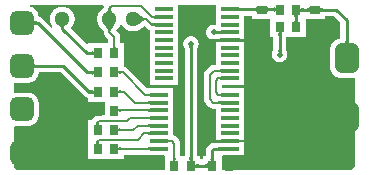
<source format=gbl>
G04*
G04 #@! TF.GenerationSoftware,Altium Limited,Altium Designer,19.0.15 (446)*
G04*
G04 Layer_Physical_Order=2*
G04 Layer_Color=16711680*
%FSTAX24Y24*%
%MOIN*%
G70*
G01*
G75*
%ADD17R,0.0354X0.0315*%
%ADD38R,0.0315X0.0354*%
%ADD40C,0.0100*%
%ADD44C,0.0512*%
G04:AMPARAMS|DCode=45|XSize=78.7mil|YSize=78.7mil|CornerRadius=19.7mil|HoleSize=0mil|Usage=FLASHONLY|Rotation=0.000|XOffset=0mil|YOffset=0mil|HoleType=Round|Shape=RoundedRectangle|*
%AMROUNDEDRECTD45*
21,1,0.0787,0.0394,0,0,0.0*
21,1,0.0394,0.0787,0,0,0.0*
1,1,0.0394,0.0197,-0.0197*
1,1,0.0394,-0.0197,-0.0197*
1,1,0.0394,-0.0197,0.0197*
1,1,0.0394,0.0197,0.0197*
%
%ADD45ROUNDEDRECTD45*%
G04:AMPARAMS|DCode=46|XSize=78.7mil|YSize=98.4mil|CornerRadius=19.7mil|HoleSize=0mil|Usage=FLASHONLY|Rotation=0.000|XOffset=0mil|YOffset=0mil|HoleType=Round|Shape=RoundedRectangle|*
%AMROUNDEDRECTD46*
21,1,0.0787,0.0591,0,0,0.0*
21,1,0.0394,0.0984,0,0,0.0*
1,1,0.0394,0.0197,-0.0295*
1,1,0.0394,-0.0197,-0.0295*
1,1,0.0394,-0.0197,0.0295*
1,1,0.0394,0.0197,0.0295*
%
%ADD46ROUNDEDRECTD46*%
%ADD47C,0.0197*%
%ADD48R,0.0610X0.0118*%
%ADD49C,0.0080*%
G36*
X071017Y047101D02*
X07102Y047099D01*
X071025Y047098D01*
X071032Y047097D01*
X071052Y047096D01*
X071116Y047094D01*
Y046994D01*
X071097Y046994D01*
X07102Y046989D01*
X071017Y046988D01*
X071016Y046987D01*
Y047102D01*
X071017Y047101D01*
D02*
G37*
G36*
X066737Y047057D02*
X06674Y047041D01*
X066743Y047026D01*
X066749Y047012D01*
X066755Y046998D01*
X066764Y046986D01*
X066773Y046975D01*
X066785Y046965D01*
X066797Y046956D01*
X066812Y046948D01*
X066582D01*
X066596Y046956D01*
X066609Y046965D01*
X06662Y046975D01*
X06663Y046986D01*
X066638Y046998D01*
X066645Y047012D01*
X06665Y047026D01*
X066654Y047041D01*
X066656Y047057D01*
X066657Y047074D01*
X066737D01*
X066737Y047057D01*
D02*
G37*
G36*
X072211Y046944D02*
X07221Y046954D01*
X072207Y046962D01*
X072202Y04697D01*
X072195Y046976D01*
X072186Y046982D01*
X072174Y046986D01*
X072161Y04699D01*
X072146Y046992D01*
X072129Y046994D01*
X07211Y046994D01*
Y047094D01*
X072129Y047095D01*
X072146Y047096D01*
X072161Y047099D01*
X072174Y047102D01*
X072186Y047107D01*
X072195Y047112D01*
X072202Y047119D01*
X072207Y047126D01*
X07221Y047135D01*
X072211Y047144D01*
Y046944D01*
D02*
G37*
G36*
X071951Y047135D02*
X071954Y047126D01*
X071959Y047119D01*
X071966Y047112D01*
X071975Y047107D01*
X071987Y047102D01*
X072Y047099D01*
X072015Y047096D01*
X072032Y047095D01*
X072051Y047094D01*
Y046994D01*
X072032Y046994D01*
X072015Y046992D01*
X072Y04699D01*
X071987Y046986D01*
X071975Y046982D01*
X071966Y046976D01*
X071959Y04697D01*
X071954Y046962D01*
X071951Y046954D01*
X07195Y046944D01*
Y047144D01*
X071951Y047135D01*
D02*
G37*
G36*
X071601Y046944D02*
X0716Y046954D01*
X071597Y046962D01*
X071592Y04697D01*
X071584Y046976D01*
X071575Y046982D01*
X071564Y046986D01*
X071551Y04699D01*
X071536Y046992D01*
X071519Y046994D01*
X071499Y046994D01*
Y047094D01*
X071519Y047095D01*
X071536Y047096D01*
X071551Y047099D01*
X071564Y047102D01*
X071575Y047107D01*
X071584Y047112D01*
X071592Y047119D01*
X071597Y047126D01*
X0716Y047135D01*
X071601Y047144D01*
Y046944D01*
D02*
G37*
G36*
X073723Y047125D02*
X073726Y047116D01*
X073731Y047109D01*
X073738Y047102D01*
X073747Y047097D01*
X073758Y047092D01*
X073771Y047089D01*
X073787Y047086D01*
X073804Y047085D01*
X073823Y047084D01*
Y046984D01*
X073804Y046984D01*
X073787Y046982D01*
X073771Y04698D01*
X073758Y046976D01*
X073747Y046972D01*
X073738Y046966D01*
X073731Y04696D01*
X073726Y046952D01*
X073723Y046944D01*
X073722Y046934D01*
Y047134D01*
X073723Y047125D01*
D02*
G37*
G36*
X073372Y046934D02*
X073371Y046944D01*
X073368Y046952D01*
X073363Y04696D01*
X073356Y046966D01*
X073347Y046972D01*
X073336Y046976D01*
X073323Y04698D01*
X073308Y046982D01*
X07329Y046984D01*
X073271Y046984D01*
Y047084D01*
X07329Y047085D01*
X073308Y047086D01*
X073323Y047089D01*
X073336Y047092D01*
X073347Y047097D01*
X073356Y047102D01*
X073363Y047109D01*
X073368Y047116D01*
X073371Y047125D01*
X073372Y047134D01*
Y046934D01*
D02*
G37*
G36*
X073074Y047125D02*
X073077Y047116D01*
X073082Y047109D01*
X073089Y047102D01*
X073098Y047097D01*
X073109Y047092D01*
X073122Y047089D01*
X073137Y047086D01*
X073154Y047085D01*
X073173Y047084D01*
Y046984D01*
X073154Y046984D01*
X073137Y046982D01*
X073122Y04698D01*
X073109Y046976D01*
X073098Y046972D01*
X073089Y046966D01*
X073082Y04696D01*
X073077Y046952D01*
X073074Y046944D01*
X073073Y046934D01*
Y047134D01*
X073074Y047125D01*
D02*
G37*
G36*
X073008Y046859D02*
X072999Y046856D01*
X072992Y046851D01*
X072985Y046844D01*
X07298Y046834D01*
X072975Y046823D01*
X072972Y04681D01*
X072969Y046795D01*
X072968Y046778D01*
X072967Y046759D01*
X072867D01*
X072867Y046778D01*
X072865Y046795D01*
X072863Y04681D01*
X072859Y046823D01*
X072855Y046834D01*
X072849Y046844D01*
X072843Y046851D01*
X072835Y046856D01*
X072827Y046859D01*
X072817Y04686D01*
X073017D01*
X073008Y046859D01*
D02*
G37*
G36*
X068204Y046731D02*
X068203Y046734D01*
X068201Y046737D01*
X068197Y04674D01*
X068191Y046742D01*
X068184Y046744D01*
X068175Y046746D01*
X068165Y046747D01*
X068139Y046748D01*
X068124Y046748D01*
Y046828D01*
X068139Y046829D01*
X068175Y046831D01*
X068184Y046833D01*
X068191Y046835D01*
X068197Y046837D01*
X068201Y04684D01*
X068203Y046843D01*
X068204Y046846D01*
Y046731D01*
D02*
G37*
G36*
X072968Y046701D02*
X072969Y046683D01*
X072972Y046668D01*
X072975Y046655D01*
X07298Y046644D01*
X072985Y046635D01*
X072992Y046628D01*
X072999Y046623D01*
X073008Y04662D01*
X073017Y046619D01*
X072817D01*
X072827Y04662D01*
X072835Y046623D01*
X072843Y046628D01*
X072849Y046635D01*
X072855Y046644D01*
X072859Y046655D01*
X072863Y046668D01*
X072865Y046683D01*
X072867Y046701D01*
X072867Y04672D01*
X072967D01*
X072968Y046701D01*
D02*
G37*
G36*
X067694Y046872D02*
X067744Y046828D01*
X067768Y04681D01*
X067791Y046794D01*
X067813Y046782D01*
X067834Y046772D01*
X067854Y046765D01*
X067872Y046761D01*
X06789Y04676D01*
Y04668D01*
X067872Y046678D01*
X067854Y046674D01*
X067834Y046667D01*
X067813Y046657D01*
X067791Y046645D01*
X067768Y046629D01*
X067744Y046611D01*
X067694Y046567D01*
X067667Y04654D01*
Y046899D01*
X067694Y046872D01*
D02*
G37*
G36*
X064177Y046684D02*
X06418Y046676D01*
X064185Y046668D01*
X064193Y046662D01*
X064202Y046656D01*
X064213Y046652D01*
X064226Y046648D01*
X064241Y046646D01*
X064258Y046644D01*
X064278Y046644D01*
Y046544D01*
X064258Y046543D01*
X064241Y046542D01*
X064226Y046539D01*
X064213Y046536D01*
X064202Y046531D01*
X064193Y046526D01*
X064185Y046519D01*
X06418Y046512D01*
X064177Y046503D01*
X064176Y046494D01*
Y046694D01*
X064177Y046684D01*
D02*
G37*
G36*
X068204Y046475D02*
X068203Y046478D01*
X068201Y046481D01*
X068197Y046484D01*
X068191Y046486D01*
X068184Y046488D01*
X068175Y04649D01*
X068165Y046491D01*
X068139Y046492D01*
X068124Y046493D01*
Y046573D01*
X068139Y046573D01*
X068175Y046575D01*
X068184Y046577D01*
X068191Y046579D01*
X068197Y046581D01*
X068201Y046584D01*
X068203Y046587D01*
X068204Y04659D01*
Y046475D01*
D02*
G37*
G36*
X065187Y046471D02*
X065184Y046469D01*
X065181Y046465D01*
X065179Y04646D01*
X065177Y046453D01*
X065175Y046446D01*
X065174Y046437D01*
X065173Y046428D01*
X065172Y046405D01*
X065072D01*
X065072Y046417D01*
X06507Y046437D01*
X065069Y046446D01*
X065067Y046453D01*
X065065Y04646D01*
X065063Y046465D01*
X06506Y046469D01*
X065057Y046471D01*
X065053Y046473D01*
X065191D01*
X065187Y046471D01*
D02*
G37*
G36*
X066849Y04651D02*
X066805Y046459D01*
X066787Y046436D01*
X066771Y046413D01*
X066759Y046391D01*
X066749Y04637D01*
X066742Y04635D01*
X066738Y046331D01*
X066737Y046313D01*
X066657D01*
X066655Y046331D01*
X066651Y04635D01*
X066644Y04637D01*
X066634Y046391D01*
X066622Y046413D01*
X066607Y046436D01*
X066589Y046459D01*
X066544Y04651D01*
X066518Y046537D01*
X066876D01*
X066849Y04651D01*
D02*
G37*
G36*
X070245Y046342D02*
X07025Y046339D01*
X070256Y046336D01*
X070262Y046333D01*
X070269Y046331D01*
X070277Y04633D01*
X070285Y046328D01*
X070294Y046327D01*
X070314Y046327D01*
X070328Y046327D01*
X070405Y046332D01*
X070408Y046333D01*
X070409Y046335D01*
Y046219D01*
X070408Y04622D01*
X070405Y046222D01*
X0704Y046223D01*
X070393Y046224D01*
X070373Y046225D01*
X070312Y046227D01*
X070304Y046226D01*
X070285Y046225D01*
X070277Y046224D01*
X070269Y046222D01*
X070262Y04622D01*
X070256Y046217D01*
X07025Y046215D01*
X070245Y046211D01*
X070241Y046208D01*
Y046346D01*
X070245Y046342D01*
D02*
G37*
G36*
X072456Y046268D02*
X072448Y046265D01*
X07244Y04626D01*
X072434Y046253D01*
X072428Y046244D01*
X072424Y046233D01*
X07242Y04622D01*
X072418Y046204D01*
X072416Y046187D01*
X072416Y046168D01*
X072316D01*
X072315Y046187D01*
X072314Y046204D01*
X072311Y04622D01*
X072308Y046233D01*
X072303Y046244D01*
X072298Y046253D01*
X072291Y04626D01*
X072284Y046265D01*
X072275Y046268D01*
X072266Y046269D01*
X072466D01*
X072456Y046268D01*
D02*
G37*
G36*
X074654Y045986D02*
X074656Y045969D01*
X074658Y045953D01*
X074662Y04594D01*
X074666Y045929D01*
X074672Y04592D01*
X074678Y045913D01*
X074686Y045908D01*
X074694Y045905D01*
X074704Y045904D01*
X074504D01*
X074513Y045905D01*
X074522Y045908D01*
X074529Y045913D01*
X074536Y04592D01*
X074541Y045929D01*
X074546Y04594D01*
X074549Y045953D01*
X074552Y045969D01*
X074553Y045986D01*
X074554Y046005D01*
X074654D01*
X074654Y045986D01*
D02*
G37*
G36*
X066484Y047185D02*
X066493Y047177D01*
X066495Y047174D01*
X06651Y047144D01*
X06651Y047139D01*
X066509Y047135D01*
X066507Y047128D01*
X066505Y04712D01*
X066503Y047112D01*
X066502Y047105D01*
X066501Y047097D01*
X0665Y047089D01*
X066499Y047083D01*
X066493Y047079D01*
X066484Y047074D01*
X066474Y047068D01*
X066465Y047062D01*
X066456Y047055D01*
X066447Y047049D01*
X066438Y047042D01*
X066429Y047035D01*
X066421Y047027D01*
X066412Y04702D01*
X066404Y047012D01*
X066397Y047004D01*
X066389Y046996D01*
X066382Y046987D01*
X066374Y046979D01*
X066368Y04697D01*
X066361Y046961D01*
X066355Y046952D01*
X066348Y046942D01*
X066342Y046933D01*
X066337Y046923D01*
X066331Y046913D01*
X066326Y046903D01*
X066322Y046893D01*
X066317Y046883D01*
X066313Y046873D01*
X066309Y046862D01*
X066305Y046852D01*
X066301Y046841D01*
X066298Y04683D01*
X066296Y046819D01*
X066293Y046808D01*
X066291Y046797D01*
X066289Y046786D01*
X066287Y046775D01*
X066286Y046764D01*
X066285Y046753D01*
X066284Y046742D01*
X066283Y046731D01*
X066283Y04672D01*
X066283Y046708D01*
X066284Y046697D01*
X066285Y046686D01*
X066286Y046675D01*
X066287Y046664D01*
X066289Y046653D01*
X066291Y046642D01*
X066293Y046631D01*
X066296Y04662D01*
X066298Y046609D01*
X066301Y046598D01*
X066305Y046588D01*
X066309Y046577D01*
X066313Y046567D01*
X066317Y046556D01*
X066322Y046546D01*
X066326Y046536D01*
X066331Y046526D01*
X066337Y046516D01*
X066342Y046506D01*
X066348Y046497D01*
X066355Y046488D01*
X066361Y046478D01*
X066368Y046469D01*
X066374Y046461D01*
X066382Y046452D01*
X066389Y046443D01*
X066397Y046435D01*
X066404Y046427D01*
X066405Y046426D01*
X066405Y046426D01*
X066429Y046403D01*
X066466Y04636D01*
X066478Y046344D01*
X066488Y04633D01*
X066494Y046318D01*
X066498Y046311D01*
X066499Y046308D01*
X066499Y046307D01*
Y046286D01*
X066499Y046279D01*
X0665Y046271D01*
X066501Y046263D01*
X066502Y046256D01*
X066503Y046248D01*
X066505Y04624D01*
X066507Y046233D01*
X066509Y046225D01*
X066511Y046218D01*
X066514Y046211D01*
X066517Y046204D01*
X066521Y046197D01*
X066524Y04619D01*
X066528Y046183D01*
X066532Y046177D01*
X066537Y04617D01*
X066542Y046164D01*
X066547Y046158D01*
X066552Y046152D01*
X066557Y046147D01*
X066657Y046047D01*
Y045912D01*
X065988D01*
Y045897D01*
X065942Y045878D01*
X065438Y046382D01*
X065414Y046427D01*
X065422Y046435D01*
X06543Y046443D01*
X065437Y046452D01*
X065444Y046461D01*
X065451Y046469D01*
X065458Y046478D01*
X065464Y046488D01*
X06547Y046497D01*
X065476Y046506D01*
X065482Y046516D01*
X065487Y046526D01*
X065492Y046536D01*
X065497Y046546D01*
X065502Y046556D01*
X065506Y046567D01*
X06551Y046577D01*
X065514Y046588D01*
X065517Y046598D01*
X06552Y046609D01*
X065523Y04662D01*
X065526Y046631D01*
X065528Y046642D01*
X06553Y046653D01*
X065532Y046664D01*
X065533Y046675D01*
X065534Y046686D01*
X065535Y046697D01*
X065535Y046708D01*
X065535Y04672D01*
X065535Y046731D01*
X065535Y046742D01*
X065534Y046753D01*
X065533Y046764D01*
X065532Y046775D01*
X06553Y046786D01*
X065528Y046797D01*
X065526Y046808D01*
X065523Y046819D01*
X06552Y04683D01*
X065517Y046841D01*
X065514Y046852D01*
X06551Y046862D01*
X065506Y046873D01*
X065502Y046883D01*
X065497Y046893D01*
X065492Y046903D01*
X065487Y046913D01*
X065482Y046923D01*
X065476Y046933D01*
X06547Y046942D01*
X065464Y046952D01*
X065458Y046961D01*
X065451Y04697D01*
X065444Y046979D01*
X065437Y046987D01*
X06543Y046996D01*
X065422Y047004D01*
X065414Y047012D01*
X065406Y04702D01*
X065398Y047027D01*
X06539Y047035D01*
X065381Y047042D01*
X065372Y047049D01*
X065363Y047055D01*
X065354Y047062D01*
X065345Y047068D01*
X065335Y047074D01*
X065325Y047079D01*
X065316Y047085D01*
X065306Y04709D01*
X065296Y047095D01*
X065285Y047099D01*
X065275Y047104D01*
X065264Y047108D01*
X065254Y047111D01*
X065243Y047115D01*
X065233Y047118D01*
X065222Y047121D01*
X065211Y047123D01*
X0652Y047126D01*
X065189Y047128D01*
X065178Y047129D01*
X065167Y047131D01*
X065155Y047132D01*
X065144Y047132D01*
X065133Y047133D01*
X065122Y047133D01*
X065111Y047133D01*
X0651Y047132D01*
X065088Y047132D01*
X065077Y047131D01*
X065066Y047129D01*
X065055Y047128D01*
X065044Y047126D01*
X065033Y047123D01*
X065022Y047121D01*
X065011Y047118D01*
X065001Y047115D01*
X06499Y047111D01*
X064979Y047108D01*
X064969Y047104D01*
X064959Y047099D01*
X064948Y047095D01*
X064938Y04709D01*
X064928Y047085D01*
X064918Y047079D01*
X064909Y047074D01*
X064899Y047068D01*
X06489Y047062D01*
X064881Y047055D01*
X064872Y047049D01*
X064863Y047042D01*
X064854Y047035D01*
X064846Y047027D01*
X064838Y04702D01*
X06483Y047012D01*
X064822Y047004D01*
X064814Y046996D01*
X064807Y046987D01*
X0648Y046979D01*
X064793Y04697D01*
X064786Y046961D01*
X06478Y046952D01*
X064774Y046942D01*
X064768Y046933D01*
X064762Y046923D01*
X064757Y046913D01*
X064752Y046903D01*
X064747Y046893D01*
X064742Y046883D01*
X064738Y046873D01*
X064734Y046862D01*
X06473Y046852D01*
X064727Y046841D01*
X064724Y04683D01*
X064721Y046819D01*
X064718Y046808D01*
X064716Y046797D01*
X064714Y046786D01*
X064712Y046775D01*
X064711Y046764D01*
X06471Y046753D01*
X064709Y046742D01*
X064709Y046731D01*
X064708Y04672D01*
X064709Y046708D01*
X064709Y046697D01*
X06471Y046686D01*
X064711Y046675D01*
X064712Y046664D01*
X064714Y046653D01*
X064716Y046642D01*
X064718Y046631D01*
X064721Y04662D01*
X064724Y046609D01*
X064727Y046598D01*
X06473Y046588D01*
X064734Y046577D01*
X064738Y046567D01*
X064742Y046556D01*
X064747Y046546D01*
X064752Y046536D01*
X064757Y046526D01*
X064762Y046516D01*
X064768Y046506D01*
X064774Y046497D01*
X06478Y046488D01*
X064786Y046478D01*
X064793Y046469D01*
X064798Y046463D01*
X06476Y04643D01*
X06445Y04674D01*
X064444Y046746D01*
X064438Y046751D01*
X064432Y046756D01*
X064426Y046761D01*
X06442Y046765D01*
X064413Y046769D01*
X064407Y046773D01*
X0644Y046777D01*
X064393Y046781D01*
X064386Y046784D01*
X064379Y046787D01*
X064372Y046789D01*
X064364Y046792D01*
X064357Y046794D01*
X064349Y046796D01*
X064342Y046797D01*
X064334Y046799D01*
X064334Y046801D01*
X064334Y046811D01*
X064333Y046821D01*
X064332Y046832D01*
X064331Y046842D01*
X064329Y046852D01*
X064327Y046862D01*
X064325Y046872D01*
X064322Y046882D01*
X06432Y046892D01*
X064317Y046902D01*
X064313Y046912D01*
X06431Y046921D01*
X064306Y046931D01*
X064301Y04694D01*
X064297Y046949D01*
X064292Y046959D01*
X064287Y046968D01*
X064282Y046976D01*
X064276Y046985D01*
X06427Y046994D01*
X064264Y047002D01*
X064258Y04701D01*
X064252Y047018D01*
X064245Y047026D01*
X064238Y047034D01*
X064231Y047041D01*
X064223Y047048D01*
X064216Y047055D01*
X064208Y047062D01*
X0642Y047068D01*
X064192Y047075D01*
X064183Y047081D01*
X064175Y047086D01*
X064166Y047092D01*
X064157Y047097D01*
X064148Y047102D01*
X064139Y047107D01*
X06413Y047112D01*
X064121Y047116D01*
X064111Y04712D01*
X064101Y047123D01*
X064092Y047127D01*
X064082Y04713D01*
X064072Y047133D01*
X064062Y047135D01*
X064052Y047137D01*
X064042Y047139D01*
X06405Y047189D01*
X066477D01*
X066484Y047185D01*
D02*
G37*
G36*
X066895Y045818D02*
X066896Y045805D01*
X066898Y045792D01*
X066901Y045782D01*
X066904Y045773D01*
X066909Y045766D01*
X066914Y04576D01*
X06692Y045756D01*
X066927Y045753D01*
X066934Y045753D01*
X066774D01*
X066782Y045753D01*
X066789Y045756D01*
X066795Y04576D01*
X0668Y045766D01*
X066804Y045773D01*
X066808Y045782D01*
X066811Y045792D01*
X066813Y045805D01*
X066814Y045818D01*
X066814Y045834D01*
X066894D01*
X066895Y045818D01*
D02*
G37*
G36*
X069479Y045818D02*
X069475Y045814D01*
X069472Y045808D01*
X06947Y045802D01*
X069468Y045795D01*
X069466Y045787D01*
X069465Y045779D01*
X069464Y04577D01*
X069463Y045749D01*
X069363D01*
X069363Y04576D01*
X069362Y045779D01*
X06936Y045787D01*
X069359Y045795D01*
X069356Y045802D01*
X069354Y045808D01*
X069351Y045814D01*
X069348Y045818D01*
X069344Y045823D01*
X069482D01*
X069479Y045818D01*
D02*
G37*
G36*
X072416Y045672D02*
X072418Y045653D01*
X072419Y045644D01*
X072421Y045636D01*
X072423Y045629D01*
X072425Y045623D01*
X072428Y045618D01*
X072431Y045613D01*
X072435Y045609D01*
X072297D01*
X072301Y045613D01*
X072304Y045618D01*
X072307Y045623D01*
X072309Y045629D01*
X072311Y045636D01*
X072313Y045644D01*
X072314Y045653D01*
X072315Y045662D01*
X072316Y045682D01*
X072416D01*
X072416Y045672D01*
D02*
G37*
G36*
X066148Y045478D02*
X066147Y045487D01*
X066144Y045496D01*
X066139Y045503D01*
X066132Y04551D01*
X066123Y045515D01*
X066111Y04552D01*
X066098Y045523D01*
X066083Y045526D01*
X066066Y045527D01*
X066047Y045528D01*
Y045628D01*
X066066Y045628D01*
X066083Y04563D01*
X066098Y045632D01*
X066111Y045636D01*
X066123Y04564D01*
X066132Y045646D01*
X066139Y045652D01*
X066144Y04566D01*
X066147Y045668D01*
X066148Y045678D01*
Y045478D01*
D02*
G37*
G36*
X064177Y045243D02*
X06418Y045235D01*
X064185Y045227D01*
X064193Y045221D01*
X064202Y045215D01*
X064213Y045211D01*
X064226Y045207D01*
X064241Y045205D01*
X064258Y045203D01*
X064278Y045203D01*
Y045103D01*
X064258Y045102D01*
X064241Y045101D01*
X064226Y045098D01*
X064213Y045095D01*
X064202Y04509D01*
X064193Y045085D01*
X064185Y045078D01*
X06418Y045071D01*
X064177Y045062D01*
X064176Y045053D01*
Y045253D01*
X064177Y045243D01*
D02*
G37*
G36*
X067011Y045012D02*
X067014Y045006D01*
X067018Y045D01*
X067023Y044994D01*
X06703Y04499D01*
X067039Y044986D01*
X06705Y044984D01*
X067062Y044982D01*
X067075Y04498D01*
X06709Y04498D01*
Y0449D01*
X067075Y0449D01*
X067062Y044898D01*
X06705Y044896D01*
X067039Y044894D01*
X06703Y04489D01*
X067023Y044886D01*
X067018Y04488D01*
X067014Y044874D01*
X067011Y044868D01*
X06701Y04486D01*
Y04502D01*
X067011Y045012D01*
D02*
G37*
G36*
X066148Y04484D02*
X066147Y04485D01*
X066144Y044858D01*
X066139Y044866D01*
X066132Y044872D01*
X066123Y044878D01*
X066111Y044882D01*
X066098Y044886D01*
X066083Y044888D01*
X066066Y04489D01*
X066047Y04489D01*
Y04499D01*
X066066Y044991D01*
X066083Y044992D01*
X066098Y044995D01*
X066111Y044998D01*
X066123Y045003D01*
X066132Y045008D01*
X066139Y045015D01*
X066144Y045022D01*
X066147Y045031D01*
X066148Y04504D01*
Y04484D01*
D02*
G37*
G36*
X065857Y044156D02*
X065863Y04415D01*
X065868Y044145D01*
X065874Y04414D01*
X065881Y044135D01*
X065887Y044131D01*
X065893Y044127D01*
X0659Y044123D01*
X065907Y044119D01*
X065914Y044115D01*
X065921Y044112D01*
X065928Y044109D01*
X065935Y044106D01*
X065943Y044104D01*
X06595Y044102D01*
X065958Y0441D01*
X065965Y044098D01*
X065973Y044097D01*
X065981Y044096D01*
X065988Y044095D01*
Y043968D01*
X066539D01*
Y043531D01*
X06635D01*
X066342Y043531D01*
X066334Y043531D01*
X066327Y04353D01*
X066319Y043529D01*
X066311Y043527D01*
X066304Y043526D01*
X066296Y043524D01*
X066289Y043522D01*
X066282Y043519D01*
X066274Y043516D01*
X066267Y043513D01*
X06626Y04351D01*
X066253Y043506D01*
X066247Y043502D01*
X06624Y043498D01*
X066234Y043494D01*
X066228Y043489D01*
X066222Y043484D01*
X066216Y043479D01*
X06621Y043473D01*
X066163Y043427D01*
X066158Y043421D01*
X066153Y043415D01*
X066148Y043409D01*
X066143Y043403D01*
X066139Y043397D01*
X066135Y04339D01*
X066131Y043383D01*
X066127Y043377D01*
X066124Y04337D01*
X066121Y043362D01*
X06612Y043361D01*
X065988D01*
Y042692D01*
Y042054D01*
X067169D01*
Y042201D01*
X067888D01*
Y042182D01*
X068501D01*
X068547Y042172D01*
Y041676D01*
X063705D01*
X063703Y041676D01*
X063697Y041676D01*
X063689Y041676D01*
X063681Y041677D01*
X063673Y041678D01*
X063665Y04168D01*
X063658Y041681D01*
X06365Y041683D01*
X063642Y041686D01*
X063635Y041688D01*
X063628Y041691D01*
X06362Y041694D01*
X063613Y041698D01*
X063606Y041701D01*
X063599Y041705D01*
X063593Y04171D01*
X063586Y041714D01*
X06358Y041719D01*
X063574Y041724D01*
X063568Y041729D01*
X063562Y041735D01*
X063557Y04174D01*
X063552Y041746D01*
X063547Y041752D01*
X063542Y041759D01*
X063537Y041765D01*
X063533Y041772D01*
X063529Y041779D01*
X063525Y041786D01*
X063522Y041793D01*
X063519Y0418D01*
X063516Y041807D01*
X063513Y041815D01*
X063511Y041822D01*
X063509Y04183D01*
X063507Y041838D01*
X063506Y041846D01*
X063505Y041853D01*
X063504Y041861D01*
X063504Y041869D01*
X063503Y041875D01*
X063503Y041877D01*
Y043119D01*
X063504Y043121D01*
X063509Y043132D01*
X063513Y043137D01*
X063535Y043155D01*
X063553Y043162D01*
X063556Y043162D01*
X063566Y043161D01*
X063576Y043161D01*
X063586Y04316D01*
X06398D01*
X06399Y043161D01*
X064001Y043161D01*
X064011Y043162D01*
X064021Y043163D01*
X064032Y043164D01*
X064042Y043166D01*
X064052Y043168D01*
X064062Y04317D01*
X064072Y043173D01*
X064082Y043175D01*
X064092Y043178D01*
X064101Y043182D01*
X064111Y043186D01*
X064121Y043189D01*
X06413Y043194D01*
X064139Y043198D01*
X064148Y043203D01*
X064157Y043208D01*
X064166Y043213D01*
X064175Y043219D01*
X064183Y043225D01*
X064192Y043231D01*
X0642Y043237D01*
X064208Y043243D01*
X064216Y04325D01*
X064223Y043257D01*
X064231Y043264D01*
X064238Y043272D01*
X064245Y043279D01*
X064252Y043287D01*
X064258Y043295D01*
X064264Y043303D01*
X06427Y043312D01*
X064276Y04332D01*
X064282Y043329D01*
X064287Y043338D01*
X064292Y043347D01*
X064297Y043356D01*
X064301Y043365D01*
X064306Y043374D01*
X06431Y043384D01*
X064313Y043394D01*
X064317Y043403D01*
X06432Y043413D01*
X064322Y043423D01*
X064325Y043433D01*
X064327Y043443D01*
X064329Y043453D01*
X064331Y043463D01*
X064332Y043474D01*
X064333Y043484D01*
X064334Y043494D01*
X064334Y043505D01*
X064335Y043515D01*
Y043909D01*
X064334Y043919D01*
X064334Y043929D01*
X064333Y043939D01*
X064332Y04395D01*
X064331Y04396D01*
X064329Y04397D01*
X064327Y04398D01*
X064325Y04399D01*
X064322Y044D01*
X06432Y04401D01*
X064317Y04402D01*
X064313Y04403D01*
X06431Y044039D01*
X064306Y044049D01*
X064301Y044058D01*
X064297Y044068D01*
X064292Y044077D01*
X064287Y044086D01*
X064282Y044095D01*
X064276Y044103D01*
X06427Y044112D01*
X064264Y04412D01*
X064258Y044128D01*
X064252Y044136D01*
X064245Y044144D01*
X064238Y044152D01*
X064231Y044159D01*
X064223Y044166D01*
X064216Y044173D01*
X064208Y04418D01*
X0642Y044187D01*
X064192Y044193D01*
X064183Y044199D01*
X064175Y044205D01*
X064166Y04421D01*
X064157Y044215D01*
X064148Y04422D01*
X064139Y044225D01*
X06413Y04423D01*
X064121Y044234D01*
X064111Y044238D01*
X064101Y044242D01*
X064092Y044245D01*
X064082Y044248D01*
X064072Y044251D01*
X064062Y044253D01*
X064052Y044256D01*
X064042Y044258D01*
X064032Y044259D01*
X064021Y044261D01*
X064011Y044262D01*
X064001Y044262D01*
X06399Y044263D01*
X06398Y044263D01*
X063586D01*
X063576Y044263D01*
X063566Y044262D01*
X063556Y044262D01*
X063553Y044261D01*
X063535Y044269D01*
X063513Y044286D01*
X063509Y044292D01*
X063504Y044303D01*
X063503Y044304D01*
Y04456D01*
X063504Y044562D01*
X063509Y044573D01*
X063513Y044578D01*
X063535Y044595D01*
X063553Y044603D01*
X063556Y044603D01*
X063566Y044602D01*
X063576Y044602D01*
X063586Y044601D01*
X06398D01*
X06399Y044602D01*
X064001Y044602D01*
X064011Y044603D01*
X064021Y044604D01*
X064032Y044605D01*
X064042Y044607D01*
X064052Y044609D01*
X064062Y044611D01*
X064072Y044613D01*
X064082Y044616D01*
X064092Y044619D01*
X064101Y044623D01*
X064111Y044626D01*
X064121Y04463D01*
X06413Y044635D01*
X064139Y044639D01*
X064148Y044644D01*
X064157Y044649D01*
X064166Y044654D01*
X064175Y04466D01*
X064183Y044665D01*
X064192Y044672D01*
X0642Y044678D01*
X064208Y044684D01*
X064216Y044691D01*
X064223Y044698D01*
X064231Y044705D01*
X064238Y044713D01*
X064245Y04472D01*
X064252Y044728D01*
X064258Y044736D01*
X064264Y044744D01*
X06427Y044753D01*
X064276Y044761D01*
X064282Y04477D01*
X064287Y044779D01*
X064292Y044788D01*
X064297Y044797D01*
X064301Y044806D01*
X064306Y044815D01*
X06431Y044825D01*
X064313Y044835D01*
X064317Y044844D01*
X06432Y044854D01*
X064322Y044864D01*
X064325Y044874D01*
X064327Y044884D01*
X064329Y044894D01*
X064331Y044904D01*
X064332Y044915D01*
X064333Y044925D01*
X064334Y044935D01*
X064334Y044945D01*
X065067D01*
X065857Y044156D01*
D02*
G37*
G36*
X07025Y046828D02*
Y046572D01*
X070247Y046565D01*
X070242Y046557D01*
X070239Y046554D01*
X070212Y046534D01*
X0702Y046531D01*
X070197Y046531D01*
X070189Y046532D01*
X07018Y046532D01*
X070171Y046533D01*
X070162Y046532D01*
X070154Y046532D01*
X070145Y046531D01*
X070136Y04653D01*
X070128Y046529D01*
X070119Y046527D01*
X070111Y046525D01*
X070102Y046523D01*
X070094Y046521D01*
X070085Y046518D01*
X070077Y046515D01*
X070069Y046511D01*
X070061Y046508D01*
X070053Y046504D01*
X070046Y0465D01*
X070038Y046495D01*
X070031Y046491D01*
X070024Y046486D01*
X070016Y046481D01*
X07001Y046475D01*
X070003Y04647D01*
X069996Y046464D01*
X06999Y046458D01*
X069984Y046451D01*
X069978Y046445D01*
X069973Y046438D01*
X069967Y046431D01*
X069962Y046424D01*
X069957Y046417D01*
X069952Y04641D01*
X069948Y046402D01*
X069944Y046394D01*
X06994Y046387D01*
X069936Y046379D01*
X069933Y046371D01*
X06993Y046362D01*
X069927Y046354D01*
X069925Y046346D01*
X069922Y046337D01*
X069921Y046329D01*
X069919Y04632D01*
X069918Y046311D01*
X069917Y046303D01*
X069916Y046294D01*
X069915Y046285D01*
X069915Y046277D01*
X069915Y046268D01*
X069916Y046259D01*
X069917Y04625D01*
X069918Y046242D01*
X069919Y046233D01*
X069921Y046225D01*
X069922Y046216D01*
X069925Y046208D01*
X069927Y046199D01*
X06993Y046191D01*
X069933Y046183D01*
X069936Y046175D01*
X06994Y046167D01*
X069944Y046159D01*
X069948Y046151D01*
X069952Y046144D01*
X069957Y046136D01*
X069962Y046129D01*
X069967Y046122D01*
X069973Y046115D01*
X069978Y046108D01*
X069984Y046102D01*
X06999Y046096D01*
X069996Y04609D01*
X070003Y046084D01*
X07001Y046078D01*
X070016Y046073D01*
X070024Y046068D01*
X070031Y046063D01*
X070038Y046058D01*
X070046Y046054D01*
X070053Y046049D01*
X070061Y046046D01*
X070069Y046042D01*
X070077Y046039D01*
X070085Y046035D01*
X070094Y046033D01*
X070102Y04603D01*
X070111Y046028D01*
X070119Y046026D01*
X070128Y046024D01*
X070136Y046023D01*
X070145Y046022D01*
X070154Y046021D01*
X070162Y046021D01*
X070171Y046021D01*
X07018Y046021D01*
X070189Y046021D01*
X070197Y046022D01*
X070206Y046023D01*
X070215Y046024D01*
X070223Y046026D01*
X070232Y046028D01*
X07024Y04603D01*
X070249Y046033D01*
X070257Y046035D01*
X070265Y046039D01*
X070273Y046042D01*
X070281Y046046D01*
X070289Y046049D01*
X070297Y046054D01*
X070304Y046058D01*
X070307Y04606D01*
X070309D01*
Y046071D01*
X070328Y046071D01*
X070405Y046076D01*
X070408Y046077D01*
X070409Y046079D01*
Y04606D01*
X071016D01*
Y046079D01*
X071017Y046077D01*
X07102Y046076D01*
X071025Y046075D01*
X071032Y046074D01*
X071052Y046072D01*
X071116Y046071D01*
Y04606D01*
X071175D01*
Y046316D01*
Y046572D01*
Y046837D01*
X071441D01*
Y04672D01*
X072051D01*
Y046109D01*
X072158D01*
Y045688D01*
X072157Y045686D01*
X072152Y045679D01*
X072147Y045671D01*
X072143Y045664D01*
X072139Y045656D01*
X072135Y045648D01*
X072131Y04564D01*
X072128Y045632D01*
X072125Y045624D01*
X072122Y045616D01*
X07212Y045608D01*
X072117Y045599D01*
X072115Y045591D01*
X072114Y045582D01*
X072112Y045573D01*
X072111Y045565D01*
X072111Y045556D01*
X07211Y045547D01*
X07211Y045538D01*
X07211Y04553D01*
X072111Y045521D01*
X072111Y045512D01*
X072112Y045504D01*
X072114Y045495D01*
X072115Y045486D01*
X072117Y045478D01*
X07212Y045469D01*
X072122Y045461D01*
X072125Y045453D01*
X072128Y045445D01*
X072131Y045437D01*
X072135Y045429D01*
X072139Y045421D01*
X072143Y045413D01*
X072147Y045406D01*
X072152Y045398D01*
X072157Y045391D01*
X072162Y045384D01*
X072167Y045377D01*
X072173Y04537D01*
X072179Y045364D01*
X072185Y045358D01*
X072191Y045351D01*
X072198Y045346D01*
X072204Y04534D01*
X072211Y045335D01*
X072218Y045329D01*
X072226Y045324D01*
X072233Y04532D01*
X072241Y045315D01*
X072248Y045311D01*
X072256Y045307D01*
X072264Y045304D01*
X072272Y0453D01*
X07228Y045297D01*
X072289Y045295D01*
X072297Y045292D01*
X072305Y04529D01*
X072314Y045288D01*
X072322Y045286D01*
X072331Y045285D01*
X07234Y045284D01*
X072348Y045283D01*
X072357Y045283D01*
X072366Y045283D01*
X072375Y045283D01*
X072383Y045283D01*
X072392Y045284D01*
X072401Y045285D01*
X072409Y045286D01*
X072418Y045288D01*
X072427Y04529D01*
X072435Y045292D01*
X072443Y045295D01*
X072452Y045297D01*
X07246Y0453D01*
X072468Y045304D01*
X072476Y045307D01*
X072484Y045311D01*
X072491Y045315D01*
X072499Y04532D01*
X072506Y045324D01*
X072514Y045329D01*
X072521Y045335D01*
X072527Y04534D01*
X072534Y045346D01*
X072541Y045351D01*
X072547Y045358D01*
X072553Y045364D01*
X072559Y04537D01*
X072565Y045377D01*
X07257Y045384D01*
X072575Y045391D01*
X07258Y045398D01*
X072585Y045406D01*
X072589Y045413D01*
X072593Y045421D01*
X072597Y045429D01*
X072601Y045437D01*
X072604Y045445D01*
X072607Y045453D01*
X07261Y045461D01*
X072612Y045469D01*
X072615Y045478D01*
X072617Y045486D01*
X072618Y045495D01*
X07262Y045504D01*
X072621Y045512D01*
X072621Y045521D01*
X072622Y04553D01*
X072622Y045538D01*
X072622Y045547D01*
X072621Y045556D01*
X072621Y045565D01*
X07262Y045573D01*
X072618Y045582D01*
X072617Y045591D01*
X072615Y045599D01*
X072612Y045608D01*
X07261Y045616D01*
X072607Y045624D01*
X072604Y045632D01*
X072601Y04564D01*
X072597Y045648D01*
X072593Y045656D01*
X072589Y045664D01*
X072585Y045671D01*
X07258Y045679D01*
X072575Y045686D01*
X072573Y045688D01*
Y046109D01*
X073232D01*
Y0467D01*
X073232D01*
Y04672D01*
X073882D01*
Y046827D01*
X07417D01*
X074396Y046601D01*
Y046062D01*
X074386Y046062D01*
X074376Y046061D01*
X074366Y04606D01*
X074356Y046058D01*
X074345Y046057D01*
X074335Y046055D01*
X074325Y046053D01*
X074315Y04605D01*
X074305Y046047D01*
X074295Y046044D01*
X074286Y046041D01*
X074276Y046037D01*
X074267Y046033D01*
X074257Y046029D01*
X074248Y046024D01*
X074239Y04602D01*
X07423Y046015D01*
X074221Y046009D01*
X074212Y046004D01*
X074204Y045998D01*
X074195Y045992D01*
X074187Y045986D01*
X074179Y045979D01*
X074171Y045972D01*
X074164Y045966D01*
X074156Y045958D01*
X074149Y045951D01*
X074142Y045943D01*
X074135Y045936D01*
X074129Y045928D01*
X074123Y045919D01*
X074117Y045911D01*
X074111Y045902D01*
X074105Y045894D01*
X0741Y045885D01*
X074095Y045876D01*
X07409Y045867D01*
X074086Y045858D01*
X074082Y045848D01*
X074078Y045839D01*
X074074Y045829D01*
X074071Y045819D01*
X074067Y045809D01*
X074065Y045799D01*
X074062Y045789D01*
X07406Y045779D01*
X074058Y045769D01*
X074056Y045759D01*
X074055Y045749D01*
X074054Y045739D01*
X074053Y045728D01*
X074053Y045718D01*
X074053Y045708D01*
Y045117D01*
X074053Y045107D01*
X074053Y045097D01*
X074054Y045086D01*
X074055Y045076D01*
X074056Y045066D01*
X074058Y045056D01*
X07406Y045046D01*
X074062Y045035D01*
X074065Y045025D01*
X074067Y045016D01*
X074071Y045006D01*
X074074Y044996D01*
X074078Y044986D01*
X074082Y044977D01*
X074086Y044967D01*
X07409Y044958D01*
X074095Y044949D01*
X0741Y04494D01*
X074105Y044931D01*
X074111Y044922D01*
X074117Y044914D01*
X074123Y044906D01*
X074129Y044897D01*
X074135Y044889D01*
X074142Y044882D01*
X074149Y044874D01*
X074156Y044867D01*
X074164Y044859D01*
X074171Y044852D01*
X074179Y044846D01*
X074187Y044839D01*
X074195Y044833D01*
X074204Y044827D01*
X074212Y044821D01*
X074221Y044816D01*
X07423Y04481D01*
X074239Y044805D01*
X074248Y044801D01*
X074257Y044796D01*
X074267Y044792D01*
X074276Y044788D01*
X074286Y044784D01*
X074295Y044781D01*
X074305Y044778D01*
X074315Y044775D01*
X074325Y044772D01*
X074335Y04477D01*
X074345Y044768D01*
X074356Y044767D01*
X074366Y044765D01*
X074376Y044764D01*
X074386Y044763D01*
X074397Y044763D01*
X074407Y044763D01*
X074801D01*
X074811Y044763D01*
X074821Y044763D01*
X074832Y044764D01*
X074834Y044764D01*
X074852Y044757D01*
X074874Y044739D01*
X074878Y044734D01*
X074883Y044723D01*
X074884Y044721D01*
Y041877D01*
X074884Y041875D01*
X074884Y041869D01*
X074883Y041861D01*
X074882Y041853D01*
X074881Y041846D01*
X07488Y041838D01*
X074878Y04183D01*
X074876Y041822D01*
X074874Y041815D01*
X074871Y041807D01*
X074868Y0418D01*
X074865Y041793D01*
X074862Y041786D01*
X074858Y041779D01*
X074854Y041772D01*
X07485Y041765D01*
X074845Y041759D01*
X074841Y041752D01*
X074836Y041746D01*
X07483Y04174D01*
X074825Y041735D01*
X074819Y041729D01*
X074813Y041724D01*
X074807Y041719D01*
X074801Y041714D01*
X074794Y04171D01*
X074788Y041705D01*
X074781Y041701D01*
X074774Y041698D01*
X074767Y041694D01*
X07476Y041691D01*
X074752Y041688D01*
X074745Y041686D01*
X074737Y041683D01*
X07473Y041681D01*
X074722Y04168D01*
X074714Y041678D01*
X074706Y041677D01*
X074698Y041676D01*
X07469Y041676D01*
X074684Y041676D01*
X074683Y041676D01*
X070437D01*
Y042172D01*
X070483Y042182D01*
X071175D01*
Y042615D01*
X070409D01*
Y042597D01*
X070408Y042598D01*
X070405Y042599D01*
X0704Y042601D01*
X070393Y042602D01*
X070373Y042603D01*
X070309Y042604D01*
Y042615D01*
X07025D01*
Y042606D01*
X07018D01*
X070173Y042606D01*
X070165Y042606D01*
X070157Y042605D01*
X07015Y042604D01*
X070142Y042602D01*
X070134Y042601D01*
X070127Y042599D01*
X070119Y042597D01*
X070112Y042594D01*
X070105Y042592D01*
X070097Y042589D01*
X07009Y042586D01*
X070084Y042582D01*
X070077Y042578D01*
X07007Y042574D01*
X070064Y04257D01*
X070057Y042566D01*
X070051Y042561D01*
X070045Y042556D01*
X070039Y042551D01*
X070034Y042545D01*
X069975Y042487D01*
X06997Y042481D01*
X069965Y042475D01*
X06996Y042469D01*
X069955Y042463D01*
X06995Y042457D01*
X069946Y04245D01*
X069942Y042444D01*
X069938Y042437D01*
X069935Y04243D01*
X069932Y042423D01*
X069929Y042416D01*
X069926Y042409D01*
X069924Y042401D01*
X069921Y042394D01*
X06992Y042386D01*
X069918Y042379D01*
X069917Y042371D01*
X069916Y042363D01*
X069915Y042356D01*
X069915Y042348D01*
X069914Y04234D01*
Y042172D01*
X069807D01*
Y042045D01*
X069728D01*
Y042172D01*
X069621D01*
Y045743D01*
X069622Y045745D01*
X069627Y045752D01*
X069632Y04576D01*
X069636Y045767D01*
X06964Y045775D01*
X069644Y045783D01*
X069648Y045791D01*
X069651Y045799D01*
X069654Y045807D01*
X069657Y045815D01*
X06966Y045824D01*
X069662Y045832D01*
X069664Y045841D01*
X069665Y045849D01*
X069667Y045858D01*
X069668Y045867D01*
X069669Y045875D01*
X069669Y045884D01*
X069669Y045893D01*
X069669Y045902D01*
X069669Y04591D01*
X069668Y045919D01*
X069667Y045928D01*
X069665Y045936D01*
X069664Y045945D01*
X069662Y045953D01*
X06966Y045962D01*
X069657Y04597D01*
X069654Y045978D01*
X069651Y045987D01*
X069648Y045995D01*
X069644Y046003D01*
X06964Y046011D01*
X069636Y046018D01*
X069632Y046026D01*
X069627Y046033D01*
X069622Y04604D01*
X069617Y046047D01*
X069612Y046054D01*
X069606Y046061D01*
X0696Y046067D01*
X069594Y046074D01*
X069588Y04608D01*
X069581Y046086D01*
X069575Y046091D01*
X069568Y046097D01*
X069561Y046102D01*
X069554Y046107D01*
X069546Y046111D01*
X069539Y046116D01*
X069531Y04612D01*
X069523Y046124D01*
X069515Y046128D01*
X069507Y046131D01*
X069499Y046134D01*
X069491Y046137D01*
X069482Y046139D01*
X069474Y046141D01*
X069465Y046143D01*
X069457Y046145D01*
X069448Y046146D01*
X069439Y046147D01*
X069431Y046148D01*
X069422Y046149D01*
X069413Y046149D01*
X069405Y046149D01*
X069396Y046148D01*
X069387Y046147D01*
X069378Y046146D01*
X06937Y046145D01*
X069361Y046143D01*
X069353Y046141D01*
X069344Y046139D01*
X069336Y046137D01*
X069328Y046134D01*
X069319Y046131D01*
X069311Y046128D01*
X069303Y046124D01*
X069295Y04612D01*
X069288Y046116D01*
X06928Y046111D01*
X069273Y046107D01*
X069266Y046102D01*
X069259Y046097D01*
X069252Y046091D01*
X069245Y046086D01*
X069239Y04608D01*
X069232Y046074D01*
X069226Y046067D01*
X06922Y046061D01*
X069215Y046054D01*
X069209Y046047D01*
X069204Y04604D01*
X069199Y046033D01*
X069195Y046026D01*
X06919Y046018D01*
X069186Y046011D01*
X069182Y046003D01*
X069178Y045995D01*
X069175Y045987D01*
X069172Y045978D01*
X069169Y04597D01*
X069167Y045962D01*
X069165Y045953D01*
X069163Y045945D01*
X069161Y045936D01*
X06916Y045928D01*
X069159Y045919D01*
X069158Y04591D01*
X069157Y045902D01*
X069157Y045893D01*
X069157Y045884D01*
X069158Y045875D01*
X069159Y045867D01*
X06916Y045858D01*
X069161Y045849D01*
X069163Y045841D01*
X069165Y045832D01*
X069167Y045824D01*
X069169Y045815D01*
X069172Y045807D01*
X069175Y045799D01*
X069178Y045791D01*
X069182Y045783D01*
X069186Y045775D01*
X06919Y045767D01*
X069195Y04576D01*
X069199Y045752D01*
X069204Y045745D01*
X069206Y045743D01*
Y042172D01*
X06906D01*
Y042568D01*
X069059Y042576D01*
X069059Y042583D01*
X069058Y042591D01*
X069057Y042599D01*
X069056Y042606D01*
X069054Y042614D01*
X069052Y042621D01*
X06905Y042629D01*
X069047Y042636D01*
X069045Y042643D01*
X069041Y04265D01*
X069038Y042657D01*
X069034Y042664D01*
X06903Y042671D01*
X069026Y042678D01*
X069022Y042684D01*
X069017Y04269D01*
X069012Y042696D01*
X069007Y042702D01*
X069002Y042707D01*
X068915Y042794D01*
X068909Y0428D01*
X068904Y042805D01*
X068898Y04281D01*
X068891Y042814D01*
X068885Y042819D01*
X068879Y042823D01*
X068872Y042827D01*
X068865Y04283D01*
X068858Y042834D01*
X068851Y042837D01*
X068844Y04284D01*
X068836Y042842D01*
X068829Y042845D01*
X068821Y042847D01*
X068814Y042848D01*
X068813Y042848D01*
Y043206D01*
Y043462D01*
Y043717D01*
Y043973D01*
Y044406D01*
X067951D01*
X067277Y04508D01*
X067272Y045085D01*
X067266Y04509D01*
X06726Y045095D01*
X067254Y0451D01*
X067247Y045104D01*
X067241Y045108D01*
X067234Y045112D01*
X067227Y045116D01*
X06722Y045119D01*
X067213Y045123D01*
X067206Y045125D01*
X067199Y045128D01*
X067191Y04513D01*
X067184Y045132D01*
X067176Y045134D01*
X067169Y045135D01*
Y045243D01*
Y045912D01*
X067052D01*
Y046129D01*
X067052Y046137D01*
X067051Y046145D01*
X06705Y046152D01*
X067049Y04616D01*
X067048Y046168D01*
X067046Y046175D01*
X067044Y046183D01*
X067042Y04619D01*
X067039Y046197D01*
X067037Y046205D01*
X067034Y046212D01*
X06703Y046219D01*
X067027Y046226D01*
X067023Y046232D01*
X067018Y046239D01*
X067014Y046245D01*
X067009Y046251D01*
X067004Y046257D01*
X066999Y046263D01*
X066994Y046269D01*
X066917Y046346D01*
X066927Y04636D01*
X066965Y046403D01*
X066988Y046426D01*
X066988Y046426D01*
X066989Y046427D01*
X066997Y046435D01*
X067004Y046443D01*
X067012Y046452D01*
X067019Y046461D01*
X067026Y046469D01*
X067032Y046478D01*
X067039Y046488D01*
X067045Y046497D01*
X067051Y046506D01*
X067057Y046516D01*
X067062Y046526D01*
X067063Y046527D01*
X067069Y04653D01*
X06709Y046533D01*
X067111Y04653D01*
X067118Y046527D01*
X067119Y046526D01*
X067124Y046516D01*
X06713Y046506D01*
X067136Y046497D01*
X067142Y046488D01*
X067148Y046478D01*
X067155Y046469D01*
X067162Y046461D01*
X067169Y046452D01*
X067176Y046443D01*
X067184Y046435D01*
X067192Y046427D01*
X0672Y046419D01*
X067208Y046412D01*
X067216Y046404D01*
X067225Y046397D01*
X067234Y04639D01*
X067243Y046384D01*
X067252Y046377D01*
X067261Y046371D01*
X067271Y046365D01*
X067281Y04636D01*
X06729Y046354D01*
X0673Y046349D01*
X067311Y046344D01*
X067321Y04634D01*
X067331Y046336D01*
X067342Y046332D01*
X067352Y046328D01*
X067363Y046324D01*
X067374Y046321D01*
X067384Y046318D01*
X067395Y046316D01*
X067406Y046314D01*
X067417Y046312D01*
X067428Y04631D01*
X067439Y046309D01*
X067451Y046308D01*
X067462Y046307D01*
X067473Y046306D01*
X067484Y046306D01*
X067495Y046306D01*
X067506Y046307D01*
X067518Y046308D01*
X067529Y046309D01*
X06754Y04631D01*
X067551Y046312D01*
X067562Y046314D01*
X067573Y046316D01*
X067584Y046318D01*
X067595Y046321D01*
X067605Y046324D01*
X067616Y046328D01*
X067627Y046332D01*
X067637Y046336D01*
X067647Y04634D01*
X067658Y046344D01*
X067668Y046349D01*
X067678Y046354D01*
X067688Y04636D01*
X067697Y046365D01*
X067707Y046371D01*
X067716Y046377D01*
X067725Y046384D01*
X067734Y04639D01*
X067743Y046397D01*
X067752Y046404D01*
X06776Y046412D01*
X067768Y046419D01*
X067776Y046427D01*
X067777Y046428D01*
X067778Y046428D01*
X067801Y046452D01*
X067844Y046489D01*
X067858Y0465D01*
X067965Y046393D01*
X06797Y046388D01*
X067976Y046382D01*
X067982Y046377D01*
X067988Y046373D01*
X067994Y046368D01*
X068001Y046364D01*
X068008Y04636D01*
X068015Y046357D01*
X068021Y046353D01*
X068029Y04635D01*
X068036Y046347D01*
X068043Y046345D01*
X068045Y046344D01*
Y04606D01*
Y045804D01*
Y045548D01*
Y045292D01*
Y045036D01*
Y044781D01*
Y044525D01*
X06897D01*
Y044781D01*
Y045036D01*
Y045292D01*
Y045548D01*
Y045804D01*
Y04606D01*
Y046316D01*
Y046572D01*
Y046828D01*
Y047189D01*
X07025D01*
Y046828D01*
D02*
G37*
G36*
X067011Y044375D02*
X067014Y044368D01*
X067018Y044362D01*
X067023Y044357D01*
X06703Y044352D01*
X067039Y044349D01*
X06705Y044346D01*
X067062Y044344D01*
X067075Y044343D01*
X06709Y044342D01*
Y044262D01*
X067075Y044262D01*
X067062Y044261D01*
X06705Y044259D01*
X067039Y044256D01*
X06703Y044252D01*
X067023Y044248D01*
X067018Y044243D01*
X067014Y044237D01*
X067011Y04423D01*
X06701Y044222D01*
Y044382D01*
X067011Y044375D01*
D02*
G37*
G36*
X066148Y044202D02*
X066147Y044212D01*
X066144Y04422D01*
X066139Y044228D01*
X066132Y044234D01*
X066123Y04424D01*
X066111Y044244D01*
X066098Y044248D01*
X066083Y04425D01*
X066066Y044252D01*
X066047Y044252D01*
Y044352D01*
X066066Y044353D01*
X066083Y044354D01*
X066098Y044357D01*
X066111Y04436D01*
X066123Y044365D01*
X066132Y04437D01*
X066139Y044377D01*
X066144Y044384D01*
X066147Y044393D01*
X066148Y044402D01*
Y044202D01*
D02*
G37*
G36*
X068046Y044132D02*
X068046Y044135D01*
X068043Y044138D01*
X068039Y044141D01*
X068034Y044143D01*
X068026Y044145D01*
X068018Y044147D01*
X068007Y044148D01*
X067982Y04415D01*
X067966Y04415D01*
Y04423D01*
X067982Y04423D01*
X068018Y044233D01*
X068026Y044234D01*
X068034Y044236D01*
X068039Y044239D01*
X068043Y044241D01*
X068046Y044244D01*
X068046Y044248D01*
Y044132D01*
D02*
G37*
G36*
Y043876D02*
X068046Y04388D01*
X068043Y043883D01*
X068039Y043885D01*
X068034Y043888D01*
X068026Y04389D01*
X068018Y043891D01*
X068007Y043892D01*
X067982Y043894D01*
X067966Y043894D01*
Y043974D01*
X067982Y043974D01*
X068018Y043977D01*
X068026Y043978D01*
X068034Y04398D01*
X068039Y043983D01*
X068043Y043985D01*
X068046Y043988D01*
X068046Y043992D01*
Y043876D01*
D02*
G37*
G36*
Y04362D02*
X068046Y043624D01*
X068043Y043627D01*
X068039Y043629D01*
X068034Y043632D01*
X068026Y043634D01*
X068018Y043635D01*
X068007Y043636D01*
X067982Y043638D01*
X067966Y043638D01*
Y043718D01*
X067982Y043718D01*
X068018Y043721D01*
X068026Y043723D01*
X068034Y043725D01*
X068039Y043727D01*
X068043Y04373D01*
X068046Y043733D01*
X068046Y043736D01*
Y04362D01*
D02*
G37*
G36*
X06701Y043751D02*
X067013Y043744D01*
X067017Y043738D01*
X067022Y043733D01*
X06703Y043728D01*
X067038Y043724D01*
X067049Y043722D01*
X067061Y04372D01*
X067075Y043719D01*
X06709Y043718D01*
Y043638D01*
X067075Y043638D01*
X067061Y043636D01*
X067049Y043635D01*
X067038Y043632D01*
X06703Y043628D01*
X067022Y043624D01*
X067017Y043618D01*
X067013Y043612D01*
X06701Y043606D01*
X067009Y043598D01*
Y043758D01*
X06701Y043751D01*
D02*
G37*
G36*
X068046Y043364D02*
X068046Y043368D01*
X068043Y043371D01*
X068039Y043373D01*
X068034Y043376D01*
X068026Y043378D01*
X068018Y043379D01*
X068007Y043381D01*
X067982Y043382D01*
X067966Y043382D01*
Y043462D01*
X067982Y043462D01*
X068018Y043465D01*
X068026Y043467D01*
X068034Y043469D01*
X068039Y043471D01*
X068043Y043474D01*
X068046Y043477D01*
X068046Y04348D01*
Y043364D01*
D02*
G37*
G36*
X066343Y043267D02*
X066345Y043253D01*
X066347Y043241D01*
X066349Y043231D01*
X066353Y043222D01*
X066357Y043214D01*
X066363Y043209D01*
X066369Y043205D01*
X066375Y043202D01*
X066383Y043201D01*
X066223D01*
X066231Y043202D01*
X066237Y043205D01*
X066243Y043209D01*
X066249Y043214D01*
X066253Y043222D01*
X066257Y043231D01*
X066259Y043241D01*
X066261Y043253D01*
X066263Y043267D01*
X066263Y043283D01*
X066343D01*
X066343Y043267D01*
D02*
G37*
G36*
X068046Y043108D02*
X068046Y043112D01*
X068043Y043115D01*
X068039Y043117D01*
X068034Y04312D01*
X068026Y043122D01*
X068018Y043123D01*
X068007Y043125D01*
X067982Y043126D01*
X067966Y043126D01*
Y043206D01*
X067982Y043206D01*
X068018Y043209D01*
X068026Y043211D01*
X068034Y043213D01*
X068039Y043215D01*
X068043Y043218D01*
X068046Y043221D01*
X068046Y043224D01*
Y043108D01*
D02*
G37*
G36*
X06701Y043099D02*
X067013Y043092D01*
X067017Y043086D01*
X067022Y043081D01*
X06703Y043077D01*
X067038Y043073D01*
X067049Y04307D01*
X067061Y043068D01*
X067075Y043067D01*
X06709Y043067D01*
Y042987D01*
X067075Y042986D01*
X067061Y042985D01*
X067049Y042983D01*
X067038Y04298D01*
X06703Y042977D01*
X067022Y042972D01*
X067017Y042967D01*
X067013Y042961D01*
X06701Y042954D01*
X067009Y042947D01*
Y043107D01*
X06701Y043099D01*
D02*
G37*
G36*
X068046Y042853D02*
X068046Y042856D01*
X068043Y042858D01*
X068039Y042861D01*
X068034Y042863D01*
X068026Y042865D01*
X068018Y042866D01*
X068007Y042867D01*
X067982Y042868D01*
X067966Y042869D01*
Y042949D01*
X067982Y042949D01*
X068018Y042952D01*
X068026Y042954D01*
X068034Y042956D01*
X068039Y042958D01*
X068043Y042961D01*
X068046Y042965D01*
X068046Y042968D01*
Y042853D01*
D02*
G37*
G36*
X068655Y042709D02*
X068657Y042706D01*
X068661Y042703D01*
X068667Y042701D01*
X068674Y042699D01*
X068683Y042697D01*
X068693Y042696D01*
X068719Y042695D01*
X068734Y042694D01*
Y042614D01*
X068719Y042614D01*
X068683Y042612D01*
X068674Y04261D01*
X068667Y042608D01*
X068661Y042606D01*
X068657Y042603D01*
X068655Y0426D01*
X068654Y042597D01*
Y042712D01*
X068655Y042709D01*
D02*
G37*
G36*
X066343Y042629D02*
X066345Y042616D01*
X066347Y042603D01*
X066349Y042593D01*
X066353Y042584D01*
X066357Y042577D01*
X066363Y042571D01*
X066369Y042567D01*
X066375Y042564D01*
X066383Y042564D01*
X066223D01*
X066231Y042564D01*
X066237Y042567D01*
X066243Y042571D01*
X066249Y042577D01*
X066253Y042584D01*
X066257Y042593D01*
X066259Y042603D01*
X066261Y042616D01*
X066263Y042629D01*
X066263Y042645D01*
X066343D01*
X066343Y042629D01*
D02*
G37*
G36*
X070409Y042341D02*
X070408Y042342D01*
X070405Y042344D01*
X0704Y042345D01*
X070393Y042346D01*
X070373Y042347D01*
X070309Y042349D01*
Y042449D01*
X070328Y042449D01*
X070405Y042454D01*
X070408Y042455D01*
X070409Y042456D01*
Y042341D01*
D02*
G37*
G36*
X068046D02*
X068046Y042344D01*
X068043Y042347D01*
X068039Y04235D01*
X068034Y042352D01*
X068026Y042354D01*
X068018Y042356D01*
X068007Y042357D01*
X067982Y042358D01*
X067966Y042359D01*
Y042439D01*
X067982Y042439D01*
X068018Y042441D01*
X068026Y042443D01*
X068034Y042445D01*
X068039Y042447D01*
X068043Y04245D01*
X068046Y042453D01*
X068046Y042456D01*
Y042341D01*
D02*
G37*
G36*
X06701Y042471D02*
X067013Y042464D01*
X067017Y042458D01*
X067022Y042453D01*
X06703Y042449D01*
X067038Y042445D01*
X067049Y042442D01*
X067061Y04244D01*
X067075Y042439D01*
X06709Y042439D01*
Y042359D01*
X067075Y042358D01*
X067061Y042357D01*
X067049Y042355D01*
X067038Y042352D01*
X06703Y042349D01*
X067022Y042344D01*
X067017Y042339D01*
X067013Y042333D01*
X06701Y042326D01*
X067009Y042319D01*
Y042479D01*
X06701Y042471D01*
D02*
G37*
G36*
X069464Y042094D02*
X069465Y042077D01*
X069468Y042062D01*
X069471Y042049D01*
X069476Y042038D01*
X069481Y042029D01*
X069488Y042022D01*
X069495Y042016D01*
X069504Y042013D01*
X069513Y042012D01*
X069313D01*
X069323Y042013D01*
X069331Y042016D01*
X069339Y042022D01*
X069345Y042029D01*
X069351Y042038D01*
X069355Y042049D01*
X069359Y042062D01*
X069361Y042077D01*
X069363Y042094D01*
X069363Y042114D01*
X069463D01*
X069464Y042094D01*
D02*
G37*
G36*
X068902Y042078D02*
X068904Y042064D01*
X068906Y042052D01*
X068908Y042042D01*
X068912Y042033D01*
X068916Y042025D01*
X068922Y04202D01*
X068928Y042016D01*
X068934Y042013D01*
X068942Y042012D01*
X068782D01*
X06879Y042013D01*
X068796Y042016D01*
X068802Y04202D01*
X068808Y042025D01*
X068812Y042033D01*
X068816Y042042D01*
X068818Y042052D01*
X06882Y042064D01*
X068822Y042078D01*
X068822Y042094D01*
X068902D01*
X068902Y042078D01*
D02*
G37*
G36*
X070172Y042094D02*
X070174Y042077D01*
X070176Y042062D01*
X07018Y042049D01*
X070184Y042038D01*
X07019Y042029D01*
X070196Y042022D01*
X070204Y042016D01*
X070212Y042013D01*
X070222Y042012D01*
X070022D01*
X070031Y042013D01*
X07004Y042016D01*
X070047Y042022D01*
X070054Y042029D01*
X070059Y042038D01*
X070064Y042049D01*
X070067Y042062D01*
X07007Y042077D01*
X070071Y042094D01*
X070072Y042114D01*
X070172D01*
X070172Y042094D01*
D02*
G37*
G36*
X069967Y041738D02*
X069966Y041747D01*
X069963Y041756D01*
X069958Y041763D01*
X069951Y04177D01*
X069942Y041775D01*
X06993Y04178D01*
X069917Y041783D01*
X069902Y041786D01*
X069885Y041787D01*
X069866Y041788D01*
Y041888D01*
X069885Y041888D01*
X069902Y04189D01*
X069917Y041892D01*
X06993Y041896D01*
X069942Y0419D01*
X069951Y041906D01*
X069958Y041912D01*
X069963Y04192D01*
X069966Y041928D01*
X069967Y041938D01*
Y041738D01*
D02*
G37*
G36*
X069571Y041928D02*
X069574Y04192D01*
X069579Y041912D01*
X069586Y041906D01*
X069595Y0419D01*
X069606Y041896D01*
X069619Y041892D01*
X069634Y04189D01*
X069651Y041888D01*
X06967Y041888D01*
Y041788D01*
X069651Y041787D01*
X069634Y041786D01*
X069619Y041783D01*
X069606Y04178D01*
X069595Y041775D01*
X069586Y04177D01*
X069579Y041763D01*
X069574Y041756D01*
X069571Y041747D01*
X06957Y041738D01*
Y041938D01*
X069571Y041928D01*
D02*
G37*
%LPC*%
G36*
X071175Y045981D02*
X071116D01*
Y045971D01*
X071097Y045971D01*
X07102Y045966D01*
X071017Y045964D01*
X071016Y045963D01*
Y045981D01*
X070409D01*
Y045963D01*
X070408Y045964D01*
X070405Y045966D01*
X0704Y045967D01*
X070393Y045968D01*
X070373Y045969D01*
X070309Y045971D01*
Y045981D01*
X07025D01*
Y045548D01*
Y045195D01*
X070171D01*
X070163Y045194D01*
X070156Y045194D01*
X070148Y045193D01*
X07014Y045192D01*
X070133Y045191D01*
X070125Y045189D01*
X070118Y045187D01*
X07011Y045185D01*
X070103Y045182D01*
X070096Y04518D01*
X070088Y045177D01*
X070081Y045173D01*
X070075Y045169D01*
X070068Y045166D01*
X070061Y045161D01*
X070055Y045157D01*
X070049Y045152D01*
X070043Y045147D01*
X070037Y045142D01*
X070031Y045137D01*
X069903Y045009D01*
X069898Y045003D01*
X069893Y044997D01*
X069888Y044991D01*
X069883Y044985D01*
X069879Y044979D01*
X069875Y044972D01*
X069871Y044966D01*
X069867Y044959D01*
X069864Y044952D01*
X069861Y044945D01*
X069858Y044938D01*
X069855Y04493D01*
X069853Y044923D01*
X069851Y044915D01*
X069849Y044908D01*
X069848Y0449D01*
X069847Y044892D01*
X069846Y044885D01*
X069846Y044877D01*
X069846Y044869D01*
Y044042D01*
X069846Y044035D01*
X069846Y044027D01*
X069847Y044019D01*
X069848Y044012D01*
X069849Y044004D01*
X069851Y043996D01*
X069853Y043989D01*
X069855Y043981D01*
X069858Y043974D01*
X069861Y043967D01*
X069864Y04396D01*
X069867Y043953D01*
X069871Y043946D01*
X069875Y043939D01*
X069879Y043933D01*
X069883Y043926D01*
X069888Y04392D01*
X069893Y043914D01*
X069898Y043908D01*
X069903Y043903D01*
X070012Y043794D01*
X070017Y043789D01*
X070023Y043784D01*
X070029Y043779D01*
X070035Y043774D01*
X070042Y04377D01*
X070048Y043766D01*
X070055Y043762D01*
X070062Y043758D01*
X070069Y043755D01*
X070076Y043752D01*
X070083Y043749D01*
X070091Y043746D01*
X070098Y043744D01*
X070105Y043742D01*
X070113Y04374D01*
X070121Y043739D01*
X070128Y043738D01*
X070136Y043737D01*
X070144Y043737D01*
X070152Y043736D01*
X07025D01*
Y043462D01*
Y043206D01*
Y04295D01*
Y042694D01*
X070309D01*
Y042704D01*
X070328Y042705D01*
X070405Y04271D01*
X070408Y042711D01*
X070409Y042712D01*
Y042694D01*
X071175D01*
Y04295D01*
Y043206D01*
Y043462D01*
Y043717D01*
Y043973D01*
Y044406D01*
X070438D01*
Y044525D01*
X071175D01*
Y044781D01*
Y045036D01*
Y045292D01*
Y045548D01*
Y045981D01*
D02*
G37*
%LPD*%
G36*
X070409Y044939D02*
X070408Y044943D01*
X070405Y044946D01*
X070401Y044948D01*
X070396Y044951D01*
X070389Y044953D01*
X07038Y044954D01*
X070369Y044956D01*
X070344Y044957D01*
X070329Y044957D01*
Y045037D01*
X070344Y045037D01*
X07038Y04504D01*
X070389Y045042D01*
X070396Y045044D01*
X070401Y045046D01*
X070405Y045049D01*
X070408Y045052D01*
X070409Y045055D01*
Y044939D01*
D02*
G37*
G36*
Y044683D02*
X070408Y044688D01*
X070405Y044693D01*
X070401Y044697D01*
X070396Y044701D01*
X070389Y044704D01*
X07038Y044706D01*
X070369Y044708D01*
X070357Y044709D01*
X070344Y04471D01*
X070329Y04471D01*
Y04479D01*
X070344Y04479D01*
X070396Y044793D01*
X070401Y044795D01*
X070405Y044796D01*
X070408Y044797D01*
X070409Y044799D01*
Y044683D01*
D02*
G37*
G36*
Y044132D02*
X070408Y044135D01*
X070405Y044138D01*
X070401Y044141D01*
X070396Y044143D01*
X070389Y044145D01*
X07038Y044147D01*
X070369Y044148D01*
X070344Y04415D01*
X070329Y04415D01*
Y04423D01*
X070344Y04423D01*
X07038Y044233D01*
X070389Y044234D01*
X070396Y044236D01*
X070401Y044239D01*
X070405Y044241D01*
X070408Y044244D01*
X070409Y044248D01*
Y044132D01*
D02*
G37*
G36*
Y043876D02*
X070408Y04388D01*
X070405Y043883D01*
X070401Y043885D01*
X070396Y043888D01*
X070389Y04389D01*
X07038Y043891D01*
X070369Y043892D01*
X070344Y043894D01*
X070329Y043894D01*
Y043974D01*
X070344Y043974D01*
X07038Y043977D01*
X070389Y043978D01*
X070396Y04398D01*
X070401Y043983D01*
X070405Y043985D01*
X070408Y043988D01*
X070409Y043992D01*
Y043876D01*
D02*
G37*
D17*
X073547Y047034D02*
D03*
Y046483D02*
D03*
X071775Y047034D02*
D03*
Y046483D02*
D03*
D38*
X066303Y045578D02*
D03*
X066854D02*
D03*
X072366Y046444D02*
D03*
X072917D02*
D03*
X072366Y047034D02*
D03*
X072917D02*
D03*
X066303Y04494D02*
D03*
X066854D02*
D03*
X066303Y044302D02*
D03*
X066854D02*
D03*
X066303Y043664D02*
D03*
X066854D02*
D03*
X066303Y043027D02*
D03*
X066854D02*
D03*
X069413Y041838D02*
D03*
X068862D02*
D03*
X066303Y042389D02*
D03*
X066854D02*
D03*
X070673Y041838D02*
D03*
X070122D02*
D03*
D40*
X066004Y044302D02*
X066303D01*
X065153Y045153D02*
X066004Y044302D01*
X063783Y045153D02*
X065153D01*
X069413Y041877D02*
X069453Y041838D01*
X069728Y04294D02*
X070014Y042654D01*
X070712D01*
X069728Y04294D02*
Y045735D01*
X070014Y046021D01*
X070712D01*
X071628D02*
X071775Y046168D01*
Y046483D01*
X070712Y046021D02*
X071628D01*
X070122Y04234D02*
X07018Y042399D01*
X070712D01*
X070122Y041838D02*
Y04234D01*
X069453Y041838D02*
X069453Y041838D01*
X069453Y041838D02*
X070122D01*
X069413D02*
X069453D01*
X070122D02*
X070122Y041838D01*
X065949Y045578D02*
X066303D01*
X065122Y046405D02*
X065949Y045578D01*
X065122Y046405D02*
Y04672D01*
X065957Y04494D02*
X066303D01*
X064303Y046594D02*
X065957Y04494D01*
X063783Y046594D02*
X064303D01*
X066854Y043664D02*
X066868Y043678D01*
X069413Y041877D02*
Y045893D01*
X072366Y045538D02*
Y046444D01*
X070171Y046277D02*
X070712D01*
X074604Y045412D02*
Y046686D01*
X074256Y047034D02*
X074604Y046686D01*
X073547Y047034D02*
X074256D01*
X072917D02*
X073547D01*
X072917Y047034D02*
X072917Y047034D01*
X072917Y046444D02*
Y047034D01*
X070712Y047044D02*
X072356D01*
X072366Y047034D01*
D44*
X067484Y04672D02*
D03*
X066697D02*
D03*
X065909D02*
D03*
X065122D02*
D03*
D45*
X063783Y045153D02*
D03*
Y046594D02*
D03*
Y043712D02*
D03*
Y042271D02*
D03*
D46*
X074604Y043452D02*
D03*
Y045412D02*
D03*
D47*
X072248Y045066D02*
D03*
X071815D02*
D03*
X071421D02*
D03*
X064649Y04479D02*
D03*
X065004D02*
D03*
X068311Y041877D02*
D03*
X067957D02*
D03*
X069295Y04668D02*
D03*
Y047074D02*
D03*
X067878Y045893D02*
D03*
Y046247D02*
D03*
X069098Y04542D02*
D03*
X070083D02*
D03*
X069728D02*
D03*
X072366Y045538D02*
D03*
X069413Y045893D02*
D03*
X070171Y046277D02*
D03*
D48*
X070712Y047044D02*
D03*
Y046788D02*
D03*
Y046533D02*
D03*
Y046277D02*
D03*
Y046021D02*
D03*
Y045765D02*
D03*
Y045509D02*
D03*
Y045253D02*
D03*
Y044997D02*
D03*
Y044741D02*
D03*
X068508D02*
D03*
Y044997D02*
D03*
Y045253D02*
D03*
Y045509D02*
D03*
Y045765D02*
D03*
Y046021D02*
D03*
Y046277D02*
D03*
Y046533D02*
D03*
Y046788D02*
D03*
Y047044D02*
D03*
X070712Y042399D02*
D03*
Y042654D02*
D03*
Y04291D02*
D03*
Y043166D02*
D03*
Y043422D02*
D03*
Y043678D02*
D03*
Y043934D02*
D03*
Y04419D02*
D03*
X06835D02*
D03*
Y043934D02*
D03*
Y043678D02*
D03*
Y043422D02*
D03*
Y043166D02*
D03*
Y04291D02*
D03*
Y042654D02*
D03*
Y042399D02*
D03*
D49*
X070043Y044869D02*
X070171Y044997D01*
X070043Y044042D02*
Y044869D01*
Y044042D02*
X070152Y043934D01*
X070712D01*
X070171Y044997D02*
X070712D01*
X068104Y046533D02*
X068508D01*
X067917Y04672D02*
X068104Y046533D01*
X067484Y04672D02*
X067917D01*
X070318Y04475D02*
X070703D01*
X07024Y044672D02*
X070318Y04475D01*
X068124Y046788D02*
X068508D01*
X06776Y047153D02*
X068124Y046788D01*
X066775Y047153D02*
X06776D01*
X066697Y047074D02*
X066775Y047153D01*
X066697Y04672D02*
Y047074D01*
X066854Y045578D02*
Y046129D01*
X066697Y046286D02*
X066854Y046129D01*
X066697Y046286D02*
Y04672D01*
X067553Y043934D02*
X06835D01*
X067185Y044302D02*
X067553Y043934D01*
X066854Y044302D02*
X067185D01*
X067632Y043166D02*
X06835D01*
X067492Y043027D02*
X067632Y043166D01*
X066854Y043027D02*
X067492D01*
X067846Y042909D02*
X068348D01*
X067642Y042704D02*
X067846Y042909D01*
X06635Y042704D02*
X067642D01*
X067888Y04419D02*
X06835D01*
X067138Y04494D02*
X067888Y04419D01*
X066854Y04494D02*
X067138D01*
X067376Y043422D02*
X06835D01*
X067287Y043334D02*
X067376Y043422D01*
X06635Y043334D02*
X067287D01*
X066868Y043678D02*
X06835D01*
X066303Y043287D02*
X06635Y043334D01*
X066303Y043027D02*
Y043287D01*
X068348Y042909D02*
X06835Y04291D01*
X066303Y042657D02*
X06635Y042704D01*
X066303Y042389D02*
Y042657D01*
X066864Y042399D02*
X06835D01*
X066854Y042389D02*
X066864Y042399D01*
X068862Y041838D02*
Y042568D01*
X068775Y042654D02*
X068862Y042568D01*
X06835Y042654D02*
X068775D01*
X07024Y044279D02*
Y044672D01*
X070329Y04419D02*
X070712D01*
X07024Y044279D02*
X070329Y04419D01*
M02*

</source>
